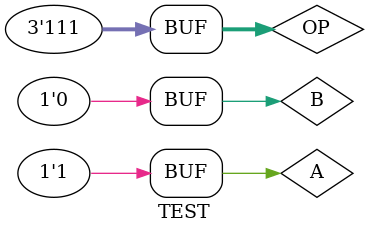
<source format=v>

module MUX8x1 (
  input [7:0] I,
  input [2:0] S,
  output Y
);
  wire [7:0] w;
  wire nS2, nS1, nS0;

  not (nS0, S[0]);
  not (nS1, S[1]);
  not (nS2, S[2]);

  and (w[0], I[0], nS2, nS1, nS0);
  and (w[1], I[1], nS2, nS1, S[0]);
  and (w[2], I[2], nS2, S[1], nS0);
  and (w[3], I[3], nS2, S[1], S[0]);
  and (w[4], I[4], S[2], nS1, nS0);
  and (w[5], I[5], S[2], nS1, S[0]);
  and (w[6], I[6], S[2], S[1], nS0);
  and (w[7], I[7], S[2], S[1], S[0]);

  or (Y, w[0], w[1], w[2], w[3], w[4], w[5], w[6], w[7]);

endmodule

/**
  * OP code:
  * 000 - AND
  * 001 - OR
  * 010 - XOR
  * 011 - ADD (Y0 = sum, Y1 = carry)
  * 100 - SUB (Y0 = difference, Y1 = borrow)
  * 101 - MULT (Same as AND for single bit)
  * 110 - X
  * 111 - X
  **/
module ALU (
  input A, B,
  input [2:0] OP,
  output Y0,
  output Y1
);

  wire and_AB, or_AB, xor_AB, not_A, brrw_AB;

  and (and_AB, A, B);
  or (or_AB, A, B);
  xor (xor_AB, A, B);
  not (not_A, A);

  // borrow = ~A | B
  or (brrw_AB, not_A, B);

  MUX8x1 mux (
    {1'bz, 1'bz, and_AB, xor_AB, xor_AB, xor_AB, or_AB, and_AB},
    OP,
    Y0
  );

  MUX8x1 mux2 (
    {1'bz, 1'bz, 1'bz, brrw_AB, carry_AB, 1'bz, 1'bz, 1'bz},
    OP,
    Y1
  );

endmodule


// testbench

`timescale 1ns / 1ps

module TEST();

  reg A, B;
  reg [2:0] OP;
  wire Y0, Y1;

  ALU alu (A, B, OP, Y0, Y1);

  initial begin
    $monitor(
      {
        " > A=%b, B=%b, OP=%b\n",
        " | Y0=%b, Y1=%b"
      },
      A, B, OP, Y0, Y1
    );
    $dumpfile("q6.vcd");
    $dumpvars(0, TEST);

    // 2 example for each operation
    A = 0; B = 0; OP = 3'b000; #10;
    A = 1; B = 1; OP = 3'b000; #10;
    A = 0; B = 1; OP = 3'b001; #10;
    A = 1; B = 0; OP = 3'b001; #10;
    A = 0; B = 1; OP = 3'b010; #10;
    A = 1; B = 1; OP = 3'b010; #10;
    A = 0; B = 0; OP = 3'b011; #10;
    A = 1; B = 1; OP = 3'b011; #10;
    A = 0; B = 1; OP = 3'b100; #10;
    A = 1; B = 0; OP = 3'b100; #10;
    A = 0; B = 0; OP = 3'b101; #10;
    A = 1; B = 1; OP = 3'b101; #10;

    // No operation defined
    A = 0; B = 1; OP = 3'b110; #10;
    A = 1; B = 0; OP = 3'b111; #10;

  end

endmodule
</source>
